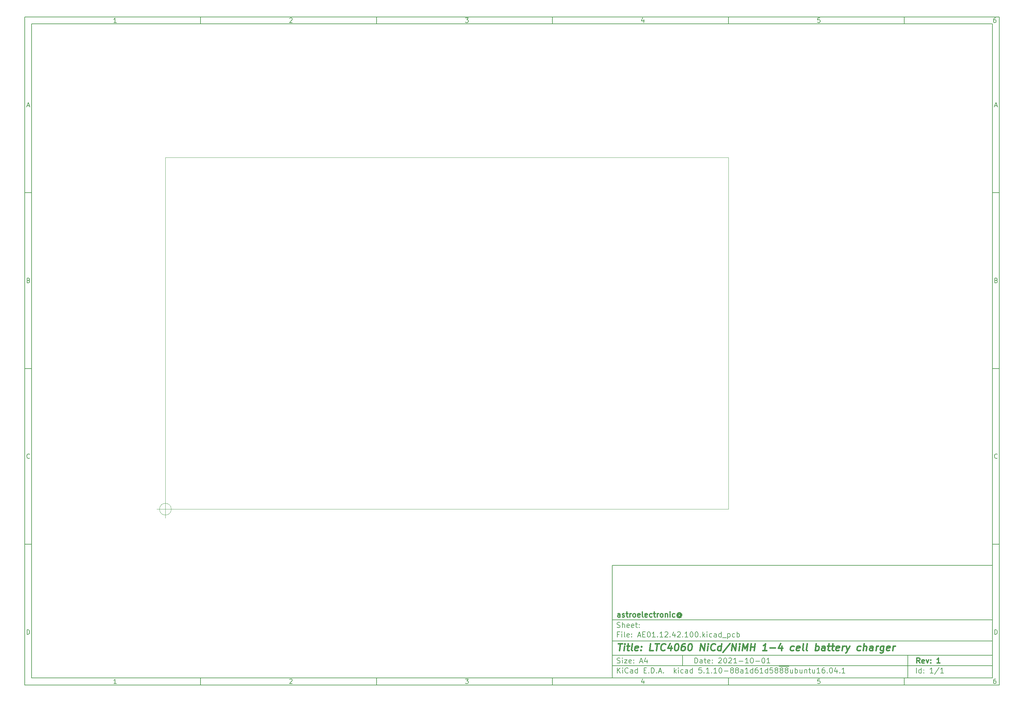
<source format=gbr>
%TF.GenerationSoftware,KiCad,Pcbnew,5.1.10-88a1d61d58~88~ubuntu16.04.1*%
%TF.CreationDate,2021-10-02T00:42:02+02:00*%
%TF.ProjectId,AE01.12.42.100,41453031-2e31-4322-9e34-322e3130302e,1*%
%TF.SameCoordinates,Original*%
%TF.FileFunction,OtherDrawing,Comment*%
%FSLAX46Y46*%
G04 Gerber Fmt 4.6, Leading zero omitted, Abs format (unit mm)*
G04 Created by KiCad (PCBNEW 5.1.10-88a1d61d58~88~ubuntu16.04.1) date 2021-10-02 00:42:02*
%MOMM*%
%LPD*%
G01*
G04 APERTURE LIST*
%ADD10C,0.100000*%
%ADD11C,0.150000*%
%ADD12C,0.300000*%
%ADD13C,0.400000*%
%TA.AperFunction,Profile*%
%ADD14C,0.050000*%
%TD*%
G04 APERTURE END LIST*
D10*
D11*
X177002200Y-166007200D02*
X177002200Y-198007200D01*
X285002200Y-198007200D01*
X285002200Y-166007200D01*
X177002200Y-166007200D01*
D10*
D11*
X10000000Y-10000000D02*
X10000000Y-200007200D01*
X287002200Y-200007200D01*
X287002200Y-10000000D01*
X10000000Y-10000000D01*
D10*
D11*
X12000000Y-12000000D02*
X12000000Y-198007200D01*
X285002200Y-198007200D01*
X285002200Y-12000000D01*
X12000000Y-12000000D01*
D10*
D11*
X60000000Y-12000000D02*
X60000000Y-10000000D01*
D10*
D11*
X110000000Y-12000000D02*
X110000000Y-10000000D01*
D10*
D11*
X160000000Y-12000000D02*
X160000000Y-10000000D01*
D10*
D11*
X210000000Y-12000000D02*
X210000000Y-10000000D01*
D10*
D11*
X260000000Y-12000000D02*
X260000000Y-10000000D01*
D10*
D11*
X36065476Y-11588095D02*
X35322619Y-11588095D01*
X35694047Y-11588095D02*
X35694047Y-10288095D01*
X35570238Y-10473809D01*
X35446428Y-10597619D01*
X35322619Y-10659523D01*
D10*
D11*
X85322619Y-10411904D02*
X85384523Y-10350000D01*
X85508333Y-10288095D01*
X85817857Y-10288095D01*
X85941666Y-10350000D01*
X86003571Y-10411904D01*
X86065476Y-10535714D01*
X86065476Y-10659523D01*
X86003571Y-10845238D01*
X85260714Y-11588095D01*
X86065476Y-11588095D01*
D10*
D11*
X135260714Y-10288095D02*
X136065476Y-10288095D01*
X135632142Y-10783333D01*
X135817857Y-10783333D01*
X135941666Y-10845238D01*
X136003571Y-10907142D01*
X136065476Y-11030952D01*
X136065476Y-11340476D01*
X136003571Y-11464285D01*
X135941666Y-11526190D01*
X135817857Y-11588095D01*
X135446428Y-11588095D01*
X135322619Y-11526190D01*
X135260714Y-11464285D01*
D10*
D11*
X185941666Y-10721428D02*
X185941666Y-11588095D01*
X185632142Y-10226190D02*
X185322619Y-11154761D01*
X186127380Y-11154761D01*
D10*
D11*
X236003571Y-10288095D02*
X235384523Y-10288095D01*
X235322619Y-10907142D01*
X235384523Y-10845238D01*
X235508333Y-10783333D01*
X235817857Y-10783333D01*
X235941666Y-10845238D01*
X236003571Y-10907142D01*
X236065476Y-11030952D01*
X236065476Y-11340476D01*
X236003571Y-11464285D01*
X235941666Y-11526190D01*
X235817857Y-11588095D01*
X235508333Y-11588095D01*
X235384523Y-11526190D01*
X235322619Y-11464285D01*
D10*
D11*
X285941666Y-10288095D02*
X285694047Y-10288095D01*
X285570238Y-10350000D01*
X285508333Y-10411904D01*
X285384523Y-10597619D01*
X285322619Y-10845238D01*
X285322619Y-11340476D01*
X285384523Y-11464285D01*
X285446428Y-11526190D01*
X285570238Y-11588095D01*
X285817857Y-11588095D01*
X285941666Y-11526190D01*
X286003571Y-11464285D01*
X286065476Y-11340476D01*
X286065476Y-11030952D01*
X286003571Y-10907142D01*
X285941666Y-10845238D01*
X285817857Y-10783333D01*
X285570238Y-10783333D01*
X285446428Y-10845238D01*
X285384523Y-10907142D01*
X285322619Y-11030952D01*
D10*
D11*
X60000000Y-198007200D02*
X60000000Y-200007200D01*
D10*
D11*
X110000000Y-198007200D02*
X110000000Y-200007200D01*
D10*
D11*
X160000000Y-198007200D02*
X160000000Y-200007200D01*
D10*
D11*
X210000000Y-198007200D02*
X210000000Y-200007200D01*
D10*
D11*
X260000000Y-198007200D02*
X260000000Y-200007200D01*
D10*
D11*
X36065476Y-199595295D02*
X35322619Y-199595295D01*
X35694047Y-199595295D02*
X35694047Y-198295295D01*
X35570238Y-198481009D01*
X35446428Y-198604819D01*
X35322619Y-198666723D01*
D10*
D11*
X85322619Y-198419104D02*
X85384523Y-198357200D01*
X85508333Y-198295295D01*
X85817857Y-198295295D01*
X85941666Y-198357200D01*
X86003571Y-198419104D01*
X86065476Y-198542914D01*
X86065476Y-198666723D01*
X86003571Y-198852438D01*
X85260714Y-199595295D01*
X86065476Y-199595295D01*
D10*
D11*
X135260714Y-198295295D02*
X136065476Y-198295295D01*
X135632142Y-198790533D01*
X135817857Y-198790533D01*
X135941666Y-198852438D01*
X136003571Y-198914342D01*
X136065476Y-199038152D01*
X136065476Y-199347676D01*
X136003571Y-199471485D01*
X135941666Y-199533390D01*
X135817857Y-199595295D01*
X135446428Y-199595295D01*
X135322619Y-199533390D01*
X135260714Y-199471485D01*
D10*
D11*
X185941666Y-198728628D02*
X185941666Y-199595295D01*
X185632142Y-198233390D02*
X185322619Y-199161961D01*
X186127380Y-199161961D01*
D10*
D11*
X236003571Y-198295295D02*
X235384523Y-198295295D01*
X235322619Y-198914342D01*
X235384523Y-198852438D01*
X235508333Y-198790533D01*
X235817857Y-198790533D01*
X235941666Y-198852438D01*
X236003571Y-198914342D01*
X236065476Y-199038152D01*
X236065476Y-199347676D01*
X236003571Y-199471485D01*
X235941666Y-199533390D01*
X235817857Y-199595295D01*
X235508333Y-199595295D01*
X235384523Y-199533390D01*
X235322619Y-199471485D01*
D10*
D11*
X285941666Y-198295295D02*
X285694047Y-198295295D01*
X285570238Y-198357200D01*
X285508333Y-198419104D01*
X285384523Y-198604819D01*
X285322619Y-198852438D01*
X285322619Y-199347676D01*
X285384523Y-199471485D01*
X285446428Y-199533390D01*
X285570238Y-199595295D01*
X285817857Y-199595295D01*
X285941666Y-199533390D01*
X286003571Y-199471485D01*
X286065476Y-199347676D01*
X286065476Y-199038152D01*
X286003571Y-198914342D01*
X285941666Y-198852438D01*
X285817857Y-198790533D01*
X285570238Y-198790533D01*
X285446428Y-198852438D01*
X285384523Y-198914342D01*
X285322619Y-199038152D01*
D10*
D11*
X10000000Y-60000000D02*
X12000000Y-60000000D01*
D10*
D11*
X10000000Y-110000000D02*
X12000000Y-110000000D01*
D10*
D11*
X10000000Y-160000000D02*
X12000000Y-160000000D01*
D10*
D11*
X10690476Y-35216666D02*
X11309523Y-35216666D01*
X10566666Y-35588095D02*
X11000000Y-34288095D01*
X11433333Y-35588095D01*
D10*
D11*
X11092857Y-84907142D02*
X11278571Y-84969047D01*
X11340476Y-85030952D01*
X11402380Y-85154761D01*
X11402380Y-85340476D01*
X11340476Y-85464285D01*
X11278571Y-85526190D01*
X11154761Y-85588095D01*
X10659523Y-85588095D01*
X10659523Y-84288095D01*
X11092857Y-84288095D01*
X11216666Y-84350000D01*
X11278571Y-84411904D01*
X11340476Y-84535714D01*
X11340476Y-84659523D01*
X11278571Y-84783333D01*
X11216666Y-84845238D01*
X11092857Y-84907142D01*
X10659523Y-84907142D01*
D10*
D11*
X11402380Y-135464285D02*
X11340476Y-135526190D01*
X11154761Y-135588095D01*
X11030952Y-135588095D01*
X10845238Y-135526190D01*
X10721428Y-135402380D01*
X10659523Y-135278571D01*
X10597619Y-135030952D01*
X10597619Y-134845238D01*
X10659523Y-134597619D01*
X10721428Y-134473809D01*
X10845238Y-134350000D01*
X11030952Y-134288095D01*
X11154761Y-134288095D01*
X11340476Y-134350000D01*
X11402380Y-134411904D01*
D10*
D11*
X10659523Y-185588095D02*
X10659523Y-184288095D01*
X10969047Y-184288095D01*
X11154761Y-184350000D01*
X11278571Y-184473809D01*
X11340476Y-184597619D01*
X11402380Y-184845238D01*
X11402380Y-185030952D01*
X11340476Y-185278571D01*
X11278571Y-185402380D01*
X11154761Y-185526190D01*
X10969047Y-185588095D01*
X10659523Y-185588095D01*
D10*
D11*
X287002200Y-60000000D02*
X285002200Y-60000000D01*
D10*
D11*
X287002200Y-110000000D02*
X285002200Y-110000000D01*
D10*
D11*
X287002200Y-160000000D02*
X285002200Y-160000000D01*
D10*
D11*
X285692676Y-35216666D02*
X286311723Y-35216666D01*
X285568866Y-35588095D02*
X286002200Y-34288095D01*
X286435533Y-35588095D01*
D10*
D11*
X286095057Y-84907142D02*
X286280771Y-84969047D01*
X286342676Y-85030952D01*
X286404580Y-85154761D01*
X286404580Y-85340476D01*
X286342676Y-85464285D01*
X286280771Y-85526190D01*
X286156961Y-85588095D01*
X285661723Y-85588095D01*
X285661723Y-84288095D01*
X286095057Y-84288095D01*
X286218866Y-84350000D01*
X286280771Y-84411904D01*
X286342676Y-84535714D01*
X286342676Y-84659523D01*
X286280771Y-84783333D01*
X286218866Y-84845238D01*
X286095057Y-84907142D01*
X285661723Y-84907142D01*
D10*
D11*
X286404580Y-135464285D02*
X286342676Y-135526190D01*
X286156961Y-135588095D01*
X286033152Y-135588095D01*
X285847438Y-135526190D01*
X285723628Y-135402380D01*
X285661723Y-135278571D01*
X285599819Y-135030952D01*
X285599819Y-134845238D01*
X285661723Y-134597619D01*
X285723628Y-134473809D01*
X285847438Y-134350000D01*
X286033152Y-134288095D01*
X286156961Y-134288095D01*
X286342676Y-134350000D01*
X286404580Y-134411904D01*
D10*
D11*
X285661723Y-185588095D02*
X285661723Y-184288095D01*
X285971247Y-184288095D01*
X286156961Y-184350000D01*
X286280771Y-184473809D01*
X286342676Y-184597619D01*
X286404580Y-184845238D01*
X286404580Y-185030952D01*
X286342676Y-185278571D01*
X286280771Y-185402380D01*
X286156961Y-185526190D01*
X285971247Y-185588095D01*
X285661723Y-185588095D01*
D10*
D11*
X200434342Y-193785771D02*
X200434342Y-192285771D01*
X200791485Y-192285771D01*
X201005771Y-192357200D01*
X201148628Y-192500057D01*
X201220057Y-192642914D01*
X201291485Y-192928628D01*
X201291485Y-193142914D01*
X201220057Y-193428628D01*
X201148628Y-193571485D01*
X201005771Y-193714342D01*
X200791485Y-193785771D01*
X200434342Y-193785771D01*
X202577200Y-193785771D02*
X202577200Y-193000057D01*
X202505771Y-192857200D01*
X202362914Y-192785771D01*
X202077200Y-192785771D01*
X201934342Y-192857200D01*
X202577200Y-193714342D02*
X202434342Y-193785771D01*
X202077200Y-193785771D01*
X201934342Y-193714342D01*
X201862914Y-193571485D01*
X201862914Y-193428628D01*
X201934342Y-193285771D01*
X202077200Y-193214342D01*
X202434342Y-193214342D01*
X202577200Y-193142914D01*
X203077200Y-192785771D02*
X203648628Y-192785771D01*
X203291485Y-192285771D02*
X203291485Y-193571485D01*
X203362914Y-193714342D01*
X203505771Y-193785771D01*
X203648628Y-193785771D01*
X204720057Y-193714342D02*
X204577200Y-193785771D01*
X204291485Y-193785771D01*
X204148628Y-193714342D01*
X204077200Y-193571485D01*
X204077200Y-193000057D01*
X204148628Y-192857200D01*
X204291485Y-192785771D01*
X204577200Y-192785771D01*
X204720057Y-192857200D01*
X204791485Y-193000057D01*
X204791485Y-193142914D01*
X204077200Y-193285771D01*
X205434342Y-193642914D02*
X205505771Y-193714342D01*
X205434342Y-193785771D01*
X205362914Y-193714342D01*
X205434342Y-193642914D01*
X205434342Y-193785771D01*
X205434342Y-192857200D02*
X205505771Y-192928628D01*
X205434342Y-193000057D01*
X205362914Y-192928628D01*
X205434342Y-192857200D01*
X205434342Y-193000057D01*
X207220057Y-192428628D02*
X207291485Y-192357200D01*
X207434342Y-192285771D01*
X207791485Y-192285771D01*
X207934342Y-192357200D01*
X208005771Y-192428628D01*
X208077200Y-192571485D01*
X208077200Y-192714342D01*
X208005771Y-192928628D01*
X207148628Y-193785771D01*
X208077200Y-193785771D01*
X209005771Y-192285771D02*
X209148628Y-192285771D01*
X209291485Y-192357200D01*
X209362914Y-192428628D01*
X209434342Y-192571485D01*
X209505771Y-192857200D01*
X209505771Y-193214342D01*
X209434342Y-193500057D01*
X209362914Y-193642914D01*
X209291485Y-193714342D01*
X209148628Y-193785771D01*
X209005771Y-193785771D01*
X208862914Y-193714342D01*
X208791485Y-193642914D01*
X208720057Y-193500057D01*
X208648628Y-193214342D01*
X208648628Y-192857200D01*
X208720057Y-192571485D01*
X208791485Y-192428628D01*
X208862914Y-192357200D01*
X209005771Y-192285771D01*
X210077200Y-192428628D02*
X210148628Y-192357200D01*
X210291485Y-192285771D01*
X210648628Y-192285771D01*
X210791485Y-192357200D01*
X210862914Y-192428628D01*
X210934342Y-192571485D01*
X210934342Y-192714342D01*
X210862914Y-192928628D01*
X210005771Y-193785771D01*
X210934342Y-193785771D01*
X212362914Y-193785771D02*
X211505771Y-193785771D01*
X211934342Y-193785771D02*
X211934342Y-192285771D01*
X211791485Y-192500057D01*
X211648628Y-192642914D01*
X211505771Y-192714342D01*
X213005771Y-193214342D02*
X214148628Y-193214342D01*
X215648628Y-193785771D02*
X214791485Y-193785771D01*
X215220057Y-193785771D02*
X215220057Y-192285771D01*
X215077200Y-192500057D01*
X214934342Y-192642914D01*
X214791485Y-192714342D01*
X216577200Y-192285771D02*
X216720057Y-192285771D01*
X216862914Y-192357200D01*
X216934342Y-192428628D01*
X217005771Y-192571485D01*
X217077200Y-192857200D01*
X217077200Y-193214342D01*
X217005771Y-193500057D01*
X216934342Y-193642914D01*
X216862914Y-193714342D01*
X216720057Y-193785771D01*
X216577200Y-193785771D01*
X216434342Y-193714342D01*
X216362914Y-193642914D01*
X216291485Y-193500057D01*
X216220057Y-193214342D01*
X216220057Y-192857200D01*
X216291485Y-192571485D01*
X216362914Y-192428628D01*
X216434342Y-192357200D01*
X216577200Y-192285771D01*
X217720057Y-193214342D02*
X218862914Y-193214342D01*
X219862914Y-192285771D02*
X220005771Y-192285771D01*
X220148628Y-192357200D01*
X220220057Y-192428628D01*
X220291485Y-192571485D01*
X220362914Y-192857200D01*
X220362914Y-193214342D01*
X220291485Y-193500057D01*
X220220057Y-193642914D01*
X220148628Y-193714342D01*
X220005771Y-193785771D01*
X219862914Y-193785771D01*
X219720057Y-193714342D01*
X219648628Y-193642914D01*
X219577200Y-193500057D01*
X219505771Y-193214342D01*
X219505771Y-192857200D01*
X219577200Y-192571485D01*
X219648628Y-192428628D01*
X219720057Y-192357200D01*
X219862914Y-192285771D01*
X221791485Y-193785771D02*
X220934342Y-193785771D01*
X221362914Y-193785771D02*
X221362914Y-192285771D01*
X221220057Y-192500057D01*
X221077200Y-192642914D01*
X220934342Y-192714342D01*
D10*
D11*
X177002200Y-194507200D02*
X285002200Y-194507200D01*
D10*
D11*
X178434342Y-196585771D02*
X178434342Y-195085771D01*
X179291485Y-196585771D02*
X178648628Y-195728628D01*
X179291485Y-195085771D02*
X178434342Y-195942914D01*
X179934342Y-196585771D02*
X179934342Y-195585771D01*
X179934342Y-195085771D02*
X179862914Y-195157200D01*
X179934342Y-195228628D01*
X180005771Y-195157200D01*
X179934342Y-195085771D01*
X179934342Y-195228628D01*
X181505771Y-196442914D02*
X181434342Y-196514342D01*
X181220057Y-196585771D01*
X181077200Y-196585771D01*
X180862914Y-196514342D01*
X180720057Y-196371485D01*
X180648628Y-196228628D01*
X180577200Y-195942914D01*
X180577200Y-195728628D01*
X180648628Y-195442914D01*
X180720057Y-195300057D01*
X180862914Y-195157200D01*
X181077200Y-195085771D01*
X181220057Y-195085771D01*
X181434342Y-195157200D01*
X181505771Y-195228628D01*
X182791485Y-196585771D02*
X182791485Y-195800057D01*
X182720057Y-195657200D01*
X182577200Y-195585771D01*
X182291485Y-195585771D01*
X182148628Y-195657200D01*
X182791485Y-196514342D02*
X182648628Y-196585771D01*
X182291485Y-196585771D01*
X182148628Y-196514342D01*
X182077200Y-196371485D01*
X182077200Y-196228628D01*
X182148628Y-196085771D01*
X182291485Y-196014342D01*
X182648628Y-196014342D01*
X182791485Y-195942914D01*
X184148628Y-196585771D02*
X184148628Y-195085771D01*
X184148628Y-196514342D02*
X184005771Y-196585771D01*
X183720057Y-196585771D01*
X183577200Y-196514342D01*
X183505771Y-196442914D01*
X183434342Y-196300057D01*
X183434342Y-195871485D01*
X183505771Y-195728628D01*
X183577200Y-195657200D01*
X183720057Y-195585771D01*
X184005771Y-195585771D01*
X184148628Y-195657200D01*
X186005771Y-195800057D02*
X186505771Y-195800057D01*
X186720057Y-196585771D02*
X186005771Y-196585771D01*
X186005771Y-195085771D01*
X186720057Y-195085771D01*
X187362914Y-196442914D02*
X187434342Y-196514342D01*
X187362914Y-196585771D01*
X187291485Y-196514342D01*
X187362914Y-196442914D01*
X187362914Y-196585771D01*
X188077200Y-196585771D02*
X188077200Y-195085771D01*
X188434342Y-195085771D01*
X188648628Y-195157200D01*
X188791485Y-195300057D01*
X188862914Y-195442914D01*
X188934342Y-195728628D01*
X188934342Y-195942914D01*
X188862914Y-196228628D01*
X188791485Y-196371485D01*
X188648628Y-196514342D01*
X188434342Y-196585771D01*
X188077200Y-196585771D01*
X189577200Y-196442914D02*
X189648628Y-196514342D01*
X189577200Y-196585771D01*
X189505771Y-196514342D01*
X189577200Y-196442914D01*
X189577200Y-196585771D01*
X190220057Y-196157200D02*
X190934342Y-196157200D01*
X190077200Y-196585771D02*
X190577200Y-195085771D01*
X191077200Y-196585771D01*
X191577200Y-196442914D02*
X191648628Y-196514342D01*
X191577200Y-196585771D01*
X191505771Y-196514342D01*
X191577200Y-196442914D01*
X191577200Y-196585771D01*
X194577200Y-196585771D02*
X194577200Y-195085771D01*
X194720057Y-196014342D02*
X195148628Y-196585771D01*
X195148628Y-195585771D02*
X194577200Y-196157200D01*
X195791485Y-196585771D02*
X195791485Y-195585771D01*
X195791485Y-195085771D02*
X195720057Y-195157200D01*
X195791485Y-195228628D01*
X195862914Y-195157200D01*
X195791485Y-195085771D01*
X195791485Y-195228628D01*
X197148628Y-196514342D02*
X197005771Y-196585771D01*
X196720057Y-196585771D01*
X196577200Y-196514342D01*
X196505771Y-196442914D01*
X196434342Y-196300057D01*
X196434342Y-195871485D01*
X196505771Y-195728628D01*
X196577200Y-195657200D01*
X196720057Y-195585771D01*
X197005771Y-195585771D01*
X197148628Y-195657200D01*
X198434342Y-196585771D02*
X198434342Y-195800057D01*
X198362914Y-195657200D01*
X198220057Y-195585771D01*
X197934342Y-195585771D01*
X197791485Y-195657200D01*
X198434342Y-196514342D02*
X198291485Y-196585771D01*
X197934342Y-196585771D01*
X197791485Y-196514342D01*
X197720057Y-196371485D01*
X197720057Y-196228628D01*
X197791485Y-196085771D01*
X197934342Y-196014342D01*
X198291485Y-196014342D01*
X198434342Y-195942914D01*
X199791485Y-196585771D02*
X199791485Y-195085771D01*
X199791485Y-196514342D02*
X199648628Y-196585771D01*
X199362914Y-196585771D01*
X199220057Y-196514342D01*
X199148628Y-196442914D01*
X199077200Y-196300057D01*
X199077200Y-195871485D01*
X199148628Y-195728628D01*
X199220057Y-195657200D01*
X199362914Y-195585771D01*
X199648628Y-195585771D01*
X199791485Y-195657200D01*
X202362914Y-195085771D02*
X201648628Y-195085771D01*
X201577200Y-195800057D01*
X201648628Y-195728628D01*
X201791485Y-195657200D01*
X202148628Y-195657200D01*
X202291485Y-195728628D01*
X202362914Y-195800057D01*
X202434342Y-195942914D01*
X202434342Y-196300057D01*
X202362914Y-196442914D01*
X202291485Y-196514342D01*
X202148628Y-196585771D01*
X201791485Y-196585771D01*
X201648628Y-196514342D01*
X201577200Y-196442914D01*
X203077200Y-196442914D02*
X203148628Y-196514342D01*
X203077200Y-196585771D01*
X203005771Y-196514342D01*
X203077200Y-196442914D01*
X203077200Y-196585771D01*
X204577200Y-196585771D02*
X203720057Y-196585771D01*
X204148628Y-196585771D02*
X204148628Y-195085771D01*
X204005771Y-195300057D01*
X203862914Y-195442914D01*
X203720057Y-195514342D01*
X205220057Y-196442914D02*
X205291485Y-196514342D01*
X205220057Y-196585771D01*
X205148628Y-196514342D01*
X205220057Y-196442914D01*
X205220057Y-196585771D01*
X206720057Y-196585771D02*
X205862914Y-196585771D01*
X206291485Y-196585771D02*
X206291485Y-195085771D01*
X206148628Y-195300057D01*
X206005771Y-195442914D01*
X205862914Y-195514342D01*
X207648628Y-195085771D02*
X207791485Y-195085771D01*
X207934342Y-195157200D01*
X208005771Y-195228628D01*
X208077200Y-195371485D01*
X208148628Y-195657200D01*
X208148628Y-196014342D01*
X208077200Y-196300057D01*
X208005771Y-196442914D01*
X207934342Y-196514342D01*
X207791485Y-196585771D01*
X207648628Y-196585771D01*
X207505771Y-196514342D01*
X207434342Y-196442914D01*
X207362914Y-196300057D01*
X207291485Y-196014342D01*
X207291485Y-195657200D01*
X207362914Y-195371485D01*
X207434342Y-195228628D01*
X207505771Y-195157200D01*
X207648628Y-195085771D01*
X208791485Y-196014342D02*
X209934342Y-196014342D01*
X210862914Y-195728628D02*
X210720057Y-195657200D01*
X210648628Y-195585771D01*
X210577200Y-195442914D01*
X210577200Y-195371485D01*
X210648628Y-195228628D01*
X210720057Y-195157200D01*
X210862914Y-195085771D01*
X211148628Y-195085771D01*
X211291485Y-195157200D01*
X211362914Y-195228628D01*
X211434342Y-195371485D01*
X211434342Y-195442914D01*
X211362914Y-195585771D01*
X211291485Y-195657200D01*
X211148628Y-195728628D01*
X210862914Y-195728628D01*
X210720057Y-195800057D01*
X210648628Y-195871485D01*
X210577200Y-196014342D01*
X210577200Y-196300057D01*
X210648628Y-196442914D01*
X210720057Y-196514342D01*
X210862914Y-196585771D01*
X211148628Y-196585771D01*
X211291485Y-196514342D01*
X211362914Y-196442914D01*
X211434342Y-196300057D01*
X211434342Y-196014342D01*
X211362914Y-195871485D01*
X211291485Y-195800057D01*
X211148628Y-195728628D01*
X212291485Y-195728628D02*
X212148628Y-195657200D01*
X212077200Y-195585771D01*
X212005771Y-195442914D01*
X212005771Y-195371485D01*
X212077200Y-195228628D01*
X212148628Y-195157200D01*
X212291485Y-195085771D01*
X212577200Y-195085771D01*
X212720057Y-195157200D01*
X212791485Y-195228628D01*
X212862914Y-195371485D01*
X212862914Y-195442914D01*
X212791485Y-195585771D01*
X212720057Y-195657200D01*
X212577200Y-195728628D01*
X212291485Y-195728628D01*
X212148628Y-195800057D01*
X212077200Y-195871485D01*
X212005771Y-196014342D01*
X212005771Y-196300057D01*
X212077200Y-196442914D01*
X212148628Y-196514342D01*
X212291485Y-196585771D01*
X212577200Y-196585771D01*
X212720057Y-196514342D01*
X212791485Y-196442914D01*
X212862914Y-196300057D01*
X212862914Y-196014342D01*
X212791485Y-195871485D01*
X212720057Y-195800057D01*
X212577200Y-195728628D01*
X214148628Y-196585771D02*
X214148628Y-195800057D01*
X214077200Y-195657200D01*
X213934342Y-195585771D01*
X213648628Y-195585771D01*
X213505771Y-195657200D01*
X214148628Y-196514342D02*
X214005771Y-196585771D01*
X213648628Y-196585771D01*
X213505771Y-196514342D01*
X213434342Y-196371485D01*
X213434342Y-196228628D01*
X213505771Y-196085771D01*
X213648628Y-196014342D01*
X214005771Y-196014342D01*
X214148628Y-195942914D01*
X215648628Y-196585771D02*
X214791485Y-196585771D01*
X215220057Y-196585771D02*
X215220057Y-195085771D01*
X215077200Y-195300057D01*
X214934342Y-195442914D01*
X214791485Y-195514342D01*
X216934342Y-196585771D02*
X216934342Y-195085771D01*
X216934342Y-196514342D02*
X216791485Y-196585771D01*
X216505771Y-196585771D01*
X216362914Y-196514342D01*
X216291485Y-196442914D01*
X216220057Y-196300057D01*
X216220057Y-195871485D01*
X216291485Y-195728628D01*
X216362914Y-195657200D01*
X216505771Y-195585771D01*
X216791485Y-195585771D01*
X216934342Y-195657200D01*
X218291485Y-195085771D02*
X218005771Y-195085771D01*
X217862914Y-195157200D01*
X217791485Y-195228628D01*
X217648628Y-195442914D01*
X217577200Y-195728628D01*
X217577200Y-196300057D01*
X217648628Y-196442914D01*
X217720057Y-196514342D01*
X217862914Y-196585771D01*
X218148628Y-196585771D01*
X218291485Y-196514342D01*
X218362914Y-196442914D01*
X218434342Y-196300057D01*
X218434342Y-195942914D01*
X218362914Y-195800057D01*
X218291485Y-195728628D01*
X218148628Y-195657200D01*
X217862914Y-195657200D01*
X217720057Y-195728628D01*
X217648628Y-195800057D01*
X217577200Y-195942914D01*
X219862914Y-196585771D02*
X219005771Y-196585771D01*
X219434342Y-196585771D02*
X219434342Y-195085771D01*
X219291485Y-195300057D01*
X219148628Y-195442914D01*
X219005771Y-195514342D01*
X221148628Y-196585771D02*
X221148628Y-195085771D01*
X221148628Y-196514342D02*
X221005771Y-196585771D01*
X220720057Y-196585771D01*
X220577200Y-196514342D01*
X220505771Y-196442914D01*
X220434342Y-196300057D01*
X220434342Y-195871485D01*
X220505771Y-195728628D01*
X220577200Y-195657200D01*
X220720057Y-195585771D01*
X221005771Y-195585771D01*
X221148628Y-195657200D01*
X222577200Y-195085771D02*
X221862914Y-195085771D01*
X221791485Y-195800057D01*
X221862914Y-195728628D01*
X222005771Y-195657200D01*
X222362914Y-195657200D01*
X222505771Y-195728628D01*
X222577200Y-195800057D01*
X222648628Y-195942914D01*
X222648628Y-196300057D01*
X222577200Y-196442914D01*
X222505771Y-196514342D01*
X222362914Y-196585771D01*
X222005771Y-196585771D01*
X221862914Y-196514342D01*
X221791485Y-196442914D01*
X223505771Y-195728628D02*
X223362914Y-195657200D01*
X223291485Y-195585771D01*
X223220057Y-195442914D01*
X223220057Y-195371485D01*
X223291485Y-195228628D01*
X223362914Y-195157200D01*
X223505771Y-195085771D01*
X223791485Y-195085771D01*
X223934342Y-195157200D01*
X224005771Y-195228628D01*
X224077200Y-195371485D01*
X224077200Y-195442914D01*
X224005771Y-195585771D01*
X223934342Y-195657200D01*
X223791485Y-195728628D01*
X223505771Y-195728628D01*
X223362914Y-195800057D01*
X223291485Y-195871485D01*
X223220057Y-196014342D01*
X223220057Y-196300057D01*
X223291485Y-196442914D01*
X223362914Y-196514342D01*
X223505771Y-196585771D01*
X223791485Y-196585771D01*
X223934342Y-196514342D01*
X224005771Y-196442914D01*
X224077200Y-196300057D01*
X224077200Y-196014342D01*
X224005771Y-195871485D01*
X223934342Y-195800057D01*
X223791485Y-195728628D01*
X224362914Y-194677200D02*
X225791485Y-194677200D01*
X224934342Y-195728628D02*
X224791485Y-195657200D01*
X224720057Y-195585771D01*
X224648628Y-195442914D01*
X224648628Y-195371485D01*
X224720057Y-195228628D01*
X224791485Y-195157200D01*
X224934342Y-195085771D01*
X225220057Y-195085771D01*
X225362914Y-195157200D01*
X225434342Y-195228628D01*
X225505771Y-195371485D01*
X225505771Y-195442914D01*
X225434342Y-195585771D01*
X225362914Y-195657200D01*
X225220057Y-195728628D01*
X224934342Y-195728628D01*
X224791485Y-195800057D01*
X224720057Y-195871485D01*
X224648628Y-196014342D01*
X224648628Y-196300057D01*
X224720057Y-196442914D01*
X224791485Y-196514342D01*
X224934342Y-196585771D01*
X225220057Y-196585771D01*
X225362914Y-196514342D01*
X225434342Y-196442914D01*
X225505771Y-196300057D01*
X225505771Y-196014342D01*
X225434342Y-195871485D01*
X225362914Y-195800057D01*
X225220057Y-195728628D01*
X225791485Y-194677200D02*
X227220057Y-194677200D01*
X226362914Y-195728628D02*
X226220057Y-195657200D01*
X226148628Y-195585771D01*
X226077199Y-195442914D01*
X226077199Y-195371485D01*
X226148628Y-195228628D01*
X226220057Y-195157200D01*
X226362914Y-195085771D01*
X226648628Y-195085771D01*
X226791485Y-195157200D01*
X226862914Y-195228628D01*
X226934342Y-195371485D01*
X226934342Y-195442914D01*
X226862914Y-195585771D01*
X226791485Y-195657200D01*
X226648628Y-195728628D01*
X226362914Y-195728628D01*
X226220057Y-195800057D01*
X226148628Y-195871485D01*
X226077199Y-196014342D01*
X226077199Y-196300057D01*
X226148628Y-196442914D01*
X226220057Y-196514342D01*
X226362914Y-196585771D01*
X226648628Y-196585771D01*
X226791485Y-196514342D01*
X226862914Y-196442914D01*
X226934342Y-196300057D01*
X226934342Y-196014342D01*
X226862914Y-195871485D01*
X226791485Y-195800057D01*
X226648628Y-195728628D01*
X228220057Y-195585771D02*
X228220057Y-196585771D01*
X227577199Y-195585771D02*
X227577199Y-196371485D01*
X227648628Y-196514342D01*
X227791485Y-196585771D01*
X228005771Y-196585771D01*
X228148628Y-196514342D01*
X228220057Y-196442914D01*
X228934342Y-196585771D02*
X228934342Y-195085771D01*
X228934342Y-195657200D02*
X229077199Y-195585771D01*
X229362914Y-195585771D01*
X229505771Y-195657200D01*
X229577199Y-195728628D01*
X229648628Y-195871485D01*
X229648628Y-196300057D01*
X229577199Y-196442914D01*
X229505771Y-196514342D01*
X229362914Y-196585771D01*
X229077199Y-196585771D01*
X228934342Y-196514342D01*
X230934342Y-195585771D02*
X230934342Y-196585771D01*
X230291485Y-195585771D02*
X230291485Y-196371485D01*
X230362914Y-196514342D01*
X230505771Y-196585771D01*
X230720057Y-196585771D01*
X230862914Y-196514342D01*
X230934342Y-196442914D01*
X231648628Y-195585771D02*
X231648628Y-196585771D01*
X231648628Y-195728628D02*
X231720057Y-195657200D01*
X231862914Y-195585771D01*
X232077199Y-195585771D01*
X232220057Y-195657200D01*
X232291485Y-195800057D01*
X232291485Y-196585771D01*
X232791485Y-195585771D02*
X233362914Y-195585771D01*
X233005771Y-195085771D02*
X233005771Y-196371485D01*
X233077199Y-196514342D01*
X233220057Y-196585771D01*
X233362914Y-196585771D01*
X234505771Y-195585771D02*
X234505771Y-196585771D01*
X233862914Y-195585771D02*
X233862914Y-196371485D01*
X233934342Y-196514342D01*
X234077200Y-196585771D01*
X234291485Y-196585771D01*
X234434342Y-196514342D01*
X234505771Y-196442914D01*
X236005771Y-196585771D02*
X235148628Y-196585771D01*
X235577200Y-196585771D02*
X235577200Y-195085771D01*
X235434342Y-195300057D01*
X235291485Y-195442914D01*
X235148628Y-195514342D01*
X237291485Y-195085771D02*
X237005771Y-195085771D01*
X236862914Y-195157200D01*
X236791485Y-195228628D01*
X236648628Y-195442914D01*
X236577199Y-195728628D01*
X236577199Y-196300057D01*
X236648628Y-196442914D01*
X236720057Y-196514342D01*
X236862914Y-196585771D01*
X237148628Y-196585771D01*
X237291485Y-196514342D01*
X237362914Y-196442914D01*
X237434342Y-196300057D01*
X237434342Y-195942914D01*
X237362914Y-195800057D01*
X237291485Y-195728628D01*
X237148628Y-195657200D01*
X236862914Y-195657200D01*
X236720057Y-195728628D01*
X236648628Y-195800057D01*
X236577199Y-195942914D01*
X238077199Y-196442914D02*
X238148628Y-196514342D01*
X238077199Y-196585771D01*
X238005771Y-196514342D01*
X238077199Y-196442914D01*
X238077199Y-196585771D01*
X239077199Y-195085771D02*
X239220057Y-195085771D01*
X239362914Y-195157200D01*
X239434342Y-195228628D01*
X239505771Y-195371485D01*
X239577199Y-195657200D01*
X239577199Y-196014342D01*
X239505771Y-196300057D01*
X239434342Y-196442914D01*
X239362914Y-196514342D01*
X239220057Y-196585771D01*
X239077199Y-196585771D01*
X238934342Y-196514342D01*
X238862914Y-196442914D01*
X238791485Y-196300057D01*
X238720057Y-196014342D01*
X238720057Y-195657200D01*
X238791485Y-195371485D01*
X238862914Y-195228628D01*
X238934342Y-195157200D01*
X239077199Y-195085771D01*
X240862914Y-195585771D02*
X240862914Y-196585771D01*
X240505771Y-195014342D02*
X240148628Y-196085771D01*
X241077199Y-196085771D01*
X241648628Y-196442914D02*
X241720057Y-196514342D01*
X241648628Y-196585771D01*
X241577199Y-196514342D01*
X241648628Y-196442914D01*
X241648628Y-196585771D01*
X243148628Y-196585771D02*
X242291485Y-196585771D01*
X242720057Y-196585771D02*
X242720057Y-195085771D01*
X242577199Y-195300057D01*
X242434342Y-195442914D01*
X242291485Y-195514342D01*
D10*
D11*
X177002200Y-191507200D02*
X285002200Y-191507200D01*
D10*
D12*
X264411485Y-193785771D02*
X263911485Y-193071485D01*
X263554342Y-193785771D02*
X263554342Y-192285771D01*
X264125771Y-192285771D01*
X264268628Y-192357200D01*
X264340057Y-192428628D01*
X264411485Y-192571485D01*
X264411485Y-192785771D01*
X264340057Y-192928628D01*
X264268628Y-193000057D01*
X264125771Y-193071485D01*
X263554342Y-193071485D01*
X265625771Y-193714342D02*
X265482914Y-193785771D01*
X265197200Y-193785771D01*
X265054342Y-193714342D01*
X264982914Y-193571485D01*
X264982914Y-193000057D01*
X265054342Y-192857200D01*
X265197200Y-192785771D01*
X265482914Y-192785771D01*
X265625771Y-192857200D01*
X265697200Y-193000057D01*
X265697200Y-193142914D01*
X264982914Y-193285771D01*
X266197200Y-192785771D02*
X266554342Y-193785771D01*
X266911485Y-192785771D01*
X267482914Y-193642914D02*
X267554342Y-193714342D01*
X267482914Y-193785771D01*
X267411485Y-193714342D01*
X267482914Y-193642914D01*
X267482914Y-193785771D01*
X267482914Y-192857200D02*
X267554342Y-192928628D01*
X267482914Y-193000057D01*
X267411485Y-192928628D01*
X267482914Y-192857200D01*
X267482914Y-193000057D01*
X270125771Y-193785771D02*
X269268628Y-193785771D01*
X269697200Y-193785771D02*
X269697200Y-192285771D01*
X269554342Y-192500057D01*
X269411485Y-192642914D01*
X269268628Y-192714342D01*
D10*
D11*
X178362914Y-193714342D02*
X178577200Y-193785771D01*
X178934342Y-193785771D01*
X179077200Y-193714342D01*
X179148628Y-193642914D01*
X179220057Y-193500057D01*
X179220057Y-193357200D01*
X179148628Y-193214342D01*
X179077200Y-193142914D01*
X178934342Y-193071485D01*
X178648628Y-193000057D01*
X178505771Y-192928628D01*
X178434342Y-192857200D01*
X178362914Y-192714342D01*
X178362914Y-192571485D01*
X178434342Y-192428628D01*
X178505771Y-192357200D01*
X178648628Y-192285771D01*
X179005771Y-192285771D01*
X179220057Y-192357200D01*
X179862914Y-193785771D02*
X179862914Y-192785771D01*
X179862914Y-192285771D02*
X179791485Y-192357200D01*
X179862914Y-192428628D01*
X179934342Y-192357200D01*
X179862914Y-192285771D01*
X179862914Y-192428628D01*
X180434342Y-192785771D02*
X181220057Y-192785771D01*
X180434342Y-193785771D01*
X181220057Y-193785771D01*
X182362914Y-193714342D02*
X182220057Y-193785771D01*
X181934342Y-193785771D01*
X181791485Y-193714342D01*
X181720057Y-193571485D01*
X181720057Y-193000057D01*
X181791485Y-192857200D01*
X181934342Y-192785771D01*
X182220057Y-192785771D01*
X182362914Y-192857200D01*
X182434342Y-193000057D01*
X182434342Y-193142914D01*
X181720057Y-193285771D01*
X183077200Y-193642914D02*
X183148628Y-193714342D01*
X183077200Y-193785771D01*
X183005771Y-193714342D01*
X183077200Y-193642914D01*
X183077200Y-193785771D01*
X183077200Y-192857200D02*
X183148628Y-192928628D01*
X183077200Y-193000057D01*
X183005771Y-192928628D01*
X183077200Y-192857200D01*
X183077200Y-193000057D01*
X184862914Y-193357200D02*
X185577200Y-193357200D01*
X184720057Y-193785771D02*
X185220057Y-192285771D01*
X185720057Y-193785771D01*
X186862914Y-192785771D02*
X186862914Y-193785771D01*
X186505771Y-192214342D02*
X186148628Y-193285771D01*
X187077200Y-193285771D01*
D10*
D11*
X263434342Y-196585771D02*
X263434342Y-195085771D01*
X264791485Y-196585771D02*
X264791485Y-195085771D01*
X264791485Y-196514342D02*
X264648628Y-196585771D01*
X264362914Y-196585771D01*
X264220057Y-196514342D01*
X264148628Y-196442914D01*
X264077200Y-196300057D01*
X264077200Y-195871485D01*
X264148628Y-195728628D01*
X264220057Y-195657200D01*
X264362914Y-195585771D01*
X264648628Y-195585771D01*
X264791485Y-195657200D01*
X265505771Y-196442914D02*
X265577200Y-196514342D01*
X265505771Y-196585771D01*
X265434342Y-196514342D01*
X265505771Y-196442914D01*
X265505771Y-196585771D01*
X265505771Y-195657200D02*
X265577200Y-195728628D01*
X265505771Y-195800057D01*
X265434342Y-195728628D01*
X265505771Y-195657200D01*
X265505771Y-195800057D01*
X268148628Y-196585771D02*
X267291485Y-196585771D01*
X267720057Y-196585771D02*
X267720057Y-195085771D01*
X267577200Y-195300057D01*
X267434342Y-195442914D01*
X267291485Y-195514342D01*
X269862914Y-195014342D02*
X268577200Y-196942914D01*
X271148628Y-196585771D02*
X270291485Y-196585771D01*
X270720057Y-196585771D02*
X270720057Y-195085771D01*
X270577200Y-195300057D01*
X270434342Y-195442914D01*
X270291485Y-195514342D01*
D10*
D11*
X177002200Y-187507200D02*
X285002200Y-187507200D01*
D10*
D13*
X178714580Y-188211961D02*
X179857438Y-188211961D01*
X179036009Y-190211961D02*
X179286009Y-188211961D01*
X180274104Y-190211961D02*
X180440771Y-188878628D01*
X180524104Y-188211961D02*
X180416961Y-188307200D01*
X180500295Y-188402438D01*
X180607438Y-188307200D01*
X180524104Y-188211961D01*
X180500295Y-188402438D01*
X181107438Y-188878628D02*
X181869342Y-188878628D01*
X181476485Y-188211961D02*
X181262200Y-189926247D01*
X181333628Y-190116723D01*
X181512200Y-190211961D01*
X181702676Y-190211961D01*
X182655057Y-190211961D02*
X182476485Y-190116723D01*
X182405057Y-189926247D01*
X182619342Y-188211961D01*
X184190771Y-190116723D02*
X183988390Y-190211961D01*
X183607438Y-190211961D01*
X183428866Y-190116723D01*
X183357438Y-189926247D01*
X183452676Y-189164342D01*
X183571723Y-188973866D01*
X183774104Y-188878628D01*
X184155057Y-188878628D01*
X184333628Y-188973866D01*
X184405057Y-189164342D01*
X184381247Y-189354819D01*
X183405057Y-189545295D01*
X185155057Y-190021485D02*
X185238390Y-190116723D01*
X185131247Y-190211961D01*
X185047914Y-190116723D01*
X185155057Y-190021485D01*
X185131247Y-190211961D01*
X185286009Y-188973866D02*
X185369342Y-189069104D01*
X185262200Y-189164342D01*
X185178866Y-189069104D01*
X185286009Y-188973866D01*
X185262200Y-189164342D01*
X188559819Y-190211961D02*
X187607438Y-190211961D01*
X187857438Y-188211961D01*
X189190771Y-188211961D02*
X190333628Y-188211961D01*
X189512200Y-190211961D02*
X189762200Y-188211961D01*
X191916961Y-190021485D02*
X191809819Y-190116723D01*
X191512200Y-190211961D01*
X191321723Y-190211961D01*
X191047914Y-190116723D01*
X190881247Y-189926247D01*
X190809819Y-189735771D01*
X190762200Y-189354819D01*
X190797914Y-189069104D01*
X190940771Y-188688152D01*
X191059819Y-188497676D01*
X191274104Y-188307200D01*
X191571723Y-188211961D01*
X191762200Y-188211961D01*
X192036009Y-188307200D01*
X192119342Y-188402438D01*
X193774104Y-188878628D02*
X193607438Y-190211961D01*
X193393152Y-188116723D02*
X192738390Y-189545295D01*
X193976485Y-189545295D01*
X195286009Y-188211961D02*
X195476485Y-188211961D01*
X195655057Y-188307200D01*
X195738390Y-188402438D01*
X195809819Y-188592914D01*
X195857438Y-188973866D01*
X195797914Y-189450057D01*
X195655057Y-189831009D01*
X195536009Y-190021485D01*
X195428866Y-190116723D01*
X195226485Y-190211961D01*
X195036009Y-190211961D01*
X194857438Y-190116723D01*
X194774104Y-190021485D01*
X194702676Y-189831009D01*
X194655057Y-189450057D01*
X194714580Y-188973866D01*
X194857438Y-188592914D01*
X194976485Y-188402438D01*
X195083628Y-188307200D01*
X195286009Y-188211961D01*
X197666961Y-188211961D02*
X197286009Y-188211961D01*
X197083628Y-188307200D01*
X196976485Y-188402438D01*
X196750295Y-188688152D01*
X196607438Y-189069104D01*
X196512200Y-189831009D01*
X196583628Y-190021485D01*
X196666961Y-190116723D01*
X196845533Y-190211961D01*
X197226485Y-190211961D01*
X197428866Y-190116723D01*
X197536009Y-190021485D01*
X197655057Y-189831009D01*
X197714580Y-189354819D01*
X197643152Y-189164342D01*
X197559819Y-189069104D01*
X197381247Y-188973866D01*
X197000295Y-188973866D01*
X196797914Y-189069104D01*
X196690771Y-189164342D01*
X196571723Y-189354819D01*
X199095533Y-188211961D02*
X199286009Y-188211961D01*
X199464580Y-188307200D01*
X199547914Y-188402438D01*
X199619342Y-188592914D01*
X199666961Y-188973866D01*
X199607438Y-189450057D01*
X199464580Y-189831009D01*
X199345533Y-190021485D01*
X199238390Y-190116723D01*
X199036009Y-190211961D01*
X198845533Y-190211961D01*
X198666961Y-190116723D01*
X198583628Y-190021485D01*
X198512200Y-189831009D01*
X198464580Y-189450057D01*
X198524104Y-188973866D01*
X198666961Y-188592914D01*
X198786009Y-188402438D01*
X198893152Y-188307200D01*
X199095533Y-188211961D01*
X201893152Y-190211961D02*
X202143152Y-188211961D01*
X203036009Y-190211961D01*
X203286009Y-188211961D01*
X203988390Y-190211961D02*
X204155057Y-188878628D01*
X204238390Y-188211961D02*
X204131247Y-188307200D01*
X204214580Y-188402438D01*
X204321723Y-188307200D01*
X204238390Y-188211961D01*
X204214580Y-188402438D01*
X206107438Y-190021485D02*
X206000295Y-190116723D01*
X205702676Y-190211961D01*
X205512200Y-190211961D01*
X205238390Y-190116723D01*
X205071723Y-189926247D01*
X205000295Y-189735771D01*
X204952676Y-189354819D01*
X204988390Y-189069104D01*
X205131247Y-188688152D01*
X205250295Y-188497676D01*
X205464580Y-188307200D01*
X205762200Y-188211961D01*
X205952676Y-188211961D01*
X206226485Y-188307200D01*
X206309819Y-188402438D01*
X207797914Y-190211961D02*
X208047914Y-188211961D01*
X207809819Y-190116723D02*
X207607438Y-190211961D01*
X207226485Y-190211961D01*
X207047914Y-190116723D01*
X206964580Y-190021485D01*
X206893152Y-189831009D01*
X206964580Y-189259580D01*
X207083628Y-189069104D01*
X207190771Y-188973866D01*
X207393152Y-188878628D01*
X207774104Y-188878628D01*
X207952676Y-188973866D01*
X210440771Y-188116723D02*
X208405057Y-190688152D01*
X210845533Y-190211961D02*
X211095533Y-188211961D01*
X211988390Y-190211961D01*
X212238390Y-188211961D01*
X212940771Y-190211961D02*
X213107438Y-188878628D01*
X213190771Y-188211961D02*
X213083628Y-188307200D01*
X213166961Y-188402438D01*
X213274104Y-188307200D01*
X213190771Y-188211961D01*
X213166961Y-188402438D01*
X213893152Y-190211961D02*
X214143152Y-188211961D01*
X214631247Y-189640533D01*
X215476485Y-188211961D01*
X215226485Y-190211961D01*
X216178866Y-190211961D02*
X216428866Y-188211961D01*
X216309819Y-189164342D02*
X217452676Y-189164342D01*
X217321723Y-190211961D02*
X217571723Y-188211961D01*
X220845533Y-190211961D02*
X219702676Y-190211961D01*
X220274104Y-190211961D02*
X220524104Y-188211961D01*
X220297914Y-188497676D01*
X220083628Y-188688152D01*
X219881247Y-188783390D01*
X221797914Y-189450057D02*
X223321723Y-189450057D01*
X225202676Y-188878628D02*
X225036009Y-190211961D01*
X224821723Y-188116723D02*
X224166961Y-189545295D01*
X225405057Y-189545295D01*
X228476485Y-190116723D02*
X228274104Y-190211961D01*
X227893152Y-190211961D01*
X227714580Y-190116723D01*
X227631247Y-190021485D01*
X227559819Y-189831009D01*
X227631247Y-189259580D01*
X227750295Y-189069104D01*
X227857438Y-188973866D01*
X228059819Y-188878628D01*
X228440771Y-188878628D01*
X228619342Y-188973866D01*
X230095533Y-190116723D02*
X229893152Y-190211961D01*
X229512200Y-190211961D01*
X229333628Y-190116723D01*
X229262200Y-189926247D01*
X229357438Y-189164342D01*
X229476485Y-188973866D01*
X229678866Y-188878628D01*
X230059819Y-188878628D01*
X230238390Y-188973866D01*
X230309819Y-189164342D01*
X230286009Y-189354819D01*
X229309819Y-189545295D01*
X231321723Y-190211961D02*
X231143152Y-190116723D01*
X231071723Y-189926247D01*
X231286009Y-188211961D01*
X232369342Y-190211961D02*
X232190771Y-190116723D01*
X232119342Y-189926247D01*
X232333628Y-188211961D01*
X234655057Y-190211961D02*
X234905057Y-188211961D01*
X234809819Y-188973866D02*
X235012199Y-188878628D01*
X235393152Y-188878628D01*
X235571723Y-188973866D01*
X235655057Y-189069104D01*
X235726485Y-189259580D01*
X235655057Y-189831009D01*
X235536009Y-190021485D01*
X235428866Y-190116723D01*
X235226485Y-190211961D01*
X234845533Y-190211961D01*
X234666961Y-190116723D01*
X237321723Y-190211961D02*
X237452676Y-189164342D01*
X237381247Y-188973866D01*
X237202676Y-188878628D01*
X236821723Y-188878628D01*
X236619342Y-188973866D01*
X237333628Y-190116723D02*
X237131247Y-190211961D01*
X236655057Y-190211961D01*
X236476485Y-190116723D01*
X236405057Y-189926247D01*
X236428866Y-189735771D01*
X236547914Y-189545295D01*
X236750295Y-189450057D01*
X237226485Y-189450057D01*
X237428866Y-189354819D01*
X238155057Y-188878628D02*
X238916961Y-188878628D01*
X238524104Y-188211961D02*
X238309819Y-189926247D01*
X238381247Y-190116723D01*
X238559819Y-190211961D01*
X238750295Y-190211961D01*
X239297914Y-188878628D02*
X240059819Y-188878628D01*
X239666961Y-188211961D02*
X239452676Y-189926247D01*
X239524104Y-190116723D01*
X239702676Y-190211961D01*
X239893152Y-190211961D01*
X241333628Y-190116723D02*
X241131247Y-190211961D01*
X240750295Y-190211961D01*
X240571723Y-190116723D01*
X240500295Y-189926247D01*
X240595533Y-189164342D01*
X240714580Y-188973866D01*
X240916961Y-188878628D01*
X241297914Y-188878628D01*
X241476485Y-188973866D01*
X241547914Y-189164342D01*
X241524104Y-189354819D01*
X240547914Y-189545295D01*
X242274104Y-190211961D02*
X242440771Y-188878628D01*
X242393152Y-189259580D02*
X242512199Y-189069104D01*
X242619342Y-188973866D01*
X242821723Y-188878628D01*
X243012199Y-188878628D01*
X243488390Y-188878628D02*
X243797914Y-190211961D01*
X244440771Y-188878628D02*
X243797914Y-190211961D01*
X243547914Y-190688152D01*
X243440771Y-190783390D01*
X243238390Y-190878628D01*
X247428866Y-190116723D02*
X247226485Y-190211961D01*
X246845533Y-190211961D01*
X246666961Y-190116723D01*
X246583628Y-190021485D01*
X246512200Y-189831009D01*
X246583628Y-189259580D01*
X246702676Y-189069104D01*
X246809819Y-188973866D01*
X247012200Y-188878628D01*
X247393152Y-188878628D01*
X247571723Y-188973866D01*
X248274104Y-190211961D02*
X248524104Y-188211961D01*
X249131247Y-190211961D02*
X249262200Y-189164342D01*
X249190771Y-188973866D01*
X249012200Y-188878628D01*
X248726485Y-188878628D01*
X248524104Y-188973866D01*
X248416961Y-189069104D01*
X250940771Y-190211961D02*
X251071723Y-189164342D01*
X251000295Y-188973866D01*
X250821723Y-188878628D01*
X250440771Y-188878628D01*
X250238390Y-188973866D01*
X250952676Y-190116723D02*
X250750295Y-190211961D01*
X250274104Y-190211961D01*
X250095533Y-190116723D01*
X250024104Y-189926247D01*
X250047914Y-189735771D01*
X250166961Y-189545295D01*
X250369342Y-189450057D01*
X250845533Y-189450057D01*
X251047914Y-189354819D01*
X251893152Y-190211961D02*
X252059819Y-188878628D01*
X252012200Y-189259580D02*
X252131247Y-189069104D01*
X252238390Y-188973866D01*
X252440771Y-188878628D01*
X252631247Y-188878628D01*
X254155057Y-188878628D02*
X253952676Y-190497676D01*
X253833628Y-190688152D01*
X253726485Y-190783390D01*
X253524104Y-190878628D01*
X253238390Y-190878628D01*
X253059819Y-190783390D01*
X254000295Y-190116723D02*
X253797914Y-190211961D01*
X253416961Y-190211961D01*
X253238390Y-190116723D01*
X253155057Y-190021485D01*
X253083628Y-189831009D01*
X253155057Y-189259580D01*
X253274104Y-189069104D01*
X253381247Y-188973866D01*
X253583628Y-188878628D01*
X253964580Y-188878628D01*
X254143152Y-188973866D01*
X255714580Y-190116723D02*
X255512199Y-190211961D01*
X255131247Y-190211961D01*
X254952676Y-190116723D01*
X254881247Y-189926247D01*
X254976485Y-189164342D01*
X255095533Y-188973866D01*
X255297914Y-188878628D01*
X255678866Y-188878628D01*
X255857438Y-188973866D01*
X255928866Y-189164342D01*
X255905057Y-189354819D01*
X254928866Y-189545295D01*
X256655057Y-190211961D02*
X256821723Y-188878628D01*
X256774104Y-189259580D02*
X256893152Y-189069104D01*
X257000295Y-188973866D01*
X257202676Y-188878628D01*
X257393152Y-188878628D01*
D10*
D11*
X178934342Y-185600057D02*
X178434342Y-185600057D01*
X178434342Y-186385771D02*
X178434342Y-184885771D01*
X179148628Y-184885771D01*
X179720057Y-186385771D02*
X179720057Y-185385771D01*
X179720057Y-184885771D02*
X179648628Y-184957200D01*
X179720057Y-185028628D01*
X179791485Y-184957200D01*
X179720057Y-184885771D01*
X179720057Y-185028628D01*
X180648628Y-186385771D02*
X180505771Y-186314342D01*
X180434342Y-186171485D01*
X180434342Y-184885771D01*
X181791485Y-186314342D02*
X181648628Y-186385771D01*
X181362914Y-186385771D01*
X181220057Y-186314342D01*
X181148628Y-186171485D01*
X181148628Y-185600057D01*
X181220057Y-185457200D01*
X181362914Y-185385771D01*
X181648628Y-185385771D01*
X181791485Y-185457200D01*
X181862914Y-185600057D01*
X181862914Y-185742914D01*
X181148628Y-185885771D01*
X182505771Y-186242914D02*
X182577200Y-186314342D01*
X182505771Y-186385771D01*
X182434342Y-186314342D01*
X182505771Y-186242914D01*
X182505771Y-186385771D01*
X182505771Y-185457200D02*
X182577200Y-185528628D01*
X182505771Y-185600057D01*
X182434342Y-185528628D01*
X182505771Y-185457200D01*
X182505771Y-185600057D01*
X184291485Y-185957200D02*
X185005771Y-185957200D01*
X184148628Y-186385771D02*
X184648628Y-184885771D01*
X185148628Y-186385771D01*
X185648628Y-185600057D02*
X186148628Y-185600057D01*
X186362914Y-186385771D02*
X185648628Y-186385771D01*
X185648628Y-184885771D01*
X186362914Y-184885771D01*
X187291485Y-184885771D02*
X187434342Y-184885771D01*
X187577200Y-184957200D01*
X187648628Y-185028628D01*
X187720057Y-185171485D01*
X187791485Y-185457200D01*
X187791485Y-185814342D01*
X187720057Y-186100057D01*
X187648628Y-186242914D01*
X187577200Y-186314342D01*
X187434342Y-186385771D01*
X187291485Y-186385771D01*
X187148628Y-186314342D01*
X187077200Y-186242914D01*
X187005771Y-186100057D01*
X186934342Y-185814342D01*
X186934342Y-185457200D01*
X187005771Y-185171485D01*
X187077200Y-185028628D01*
X187148628Y-184957200D01*
X187291485Y-184885771D01*
X189220057Y-186385771D02*
X188362914Y-186385771D01*
X188791485Y-186385771D02*
X188791485Y-184885771D01*
X188648628Y-185100057D01*
X188505771Y-185242914D01*
X188362914Y-185314342D01*
X189862914Y-186242914D02*
X189934342Y-186314342D01*
X189862914Y-186385771D01*
X189791485Y-186314342D01*
X189862914Y-186242914D01*
X189862914Y-186385771D01*
X191362914Y-186385771D02*
X190505771Y-186385771D01*
X190934342Y-186385771D02*
X190934342Y-184885771D01*
X190791485Y-185100057D01*
X190648628Y-185242914D01*
X190505771Y-185314342D01*
X191934342Y-185028628D02*
X192005771Y-184957200D01*
X192148628Y-184885771D01*
X192505771Y-184885771D01*
X192648628Y-184957200D01*
X192720057Y-185028628D01*
X192791485Y-185171485D01*
X192791485Y-185314342D01*
X192720057Y-185528628D01*
X191862914Y-186385771D01*
X192791485Y-186385771D01*
X193434342Y-186242914D02*
X193505771Y-186314342D01*
X193434342Y-186385771D01*
X193362914Y-186314342D01*
X193434342Y-186242914D01*
X193434342Y-186385771D01*
X194791485Y-185385771D02*
X194791485Y-186385771D01*
X194434342Y-184814342D02*
X194077200Y-185885771D01*
X195005771Y-185885771D01*
X195505771Y-185028628D02*
X195577200Y-184957200D01*
X195720057Y-184885771D01*
X196077200Y-184885771D01*
X196220057Y-184957200D01*
X196291485Y-185028628D01*
X196362914Y-185171485D01*
X196362914Y-185314342D01*
X196291485Y-185528628D01*
X195434342Y-186385771D01*
X196362914Y-186385771D01*
X197005771Y-186242914D02*
X197077200Y-186314342D01*
X197005771Y-186385771D01*
X196934342Y-186314342D01*
X197005771Y-186242914D01*
X197005771Y-186385771D01*
X198505771Y-186385771D02*
X197648628Y-186385771D01*
X198077200Y-186385771D02*
X198077200Y-184885771D01*
X197934342Y-185100057D01*
X197791485Y-185242914D01*
X197648628Y-185314342D01*
X199434342Y-184885771D02*
X199577200Y-184885771D01*
X199720057Y-184957200D01*
X199791485Y-185028628D01*
X199862914Y-185171485D01*
X199934342Y-185457200D01*
X199934342Y-185814342D01*
X199862914Y-186100057D01*
X199791485Y-186242914D01*
X199720057Y-186314342D01*
X199577200Y-186385771D01*
X199434342Y-186385771D01*
X199291485Y-186314342D01*
X199220057Y-186242914D01*
X199148628Y-186100057D01*
X199077200Y-185814342D01*
X199077200Y-185457200D01*
X199148628Y-185171485D01*
X199220057Y-185028628D01*
X199291485Y-184957200D01*
X199434342Y-184885771D01*
X200862914Y-184885771D02*
X201005771Y-184885771D01*
X201148628Y-184957200D01*
X201220057Y-185028628D01*
X201291485Y-185171485D01*
X201362914Y-185457200D01*
X201362914Y-185814342D01*
X201291485Y-186100057D01*
X201220057Y-186242914D01*
X201148628Y-186314342D01*
X201005771Y-186385771D01*
X200862914Y-186385771D01*
X200720057Y-186314342D01*
X200648628Y-186242914D01*
X200577200Y-186100057D01*
X200505771Y-185814342D01*
X200505771Y-185457200D01*
X200577200Y-185171485D01*
X200648628Y-185028628D01*
X200720057Y-184957200D01*
X200862914Y-184885771D01*
X202005771Y-186242914D02*
X202077200Y-186314342D01*
X202005771Y-186385771D01*
X201934342Y-186314342D01*
X202005771Y-186242914D01*
X202005771Y-186385771D01*
X202720057Y-186385771D02*
X202720057Y-184885771D01*
X202862914Y-185814342D02*
X203291485Y-186385771D01*
X203291485Y-185385771D02*
X202720057Y-185957200D01*
X203934342Y-186385771D02*
X203934342Y-185385771D01*
X203934342Y-184885771D02*
X203862914Y-184957200D01*
X203934342Y-185028628D01*
X204005771Y-184957200D01*
X203934342Y-184885771D01*
X203934342Y-185028628D01*
X205291485Y-186314342D02*
X205148628Y-186385771D01*
X204862914Y-186385771D01*
X204720057Y-186314342D01*
X204648628Y-186242914D01*
X204577200Y-186100057D01*
X204577200Y-185671485D01*
X204648628Y-185528628D01*
X204720057Y-185457200D01*
X204862914Y-185385771D01*
X205148628Y-185385771D01*
X205291485Y-185457200D01*
X206577200Y-186385771D02*
X206577200Y-185600057D01*
X206505771Y-185457200D01*
X206362914Y-185385771D01*
X206077200Y-185385771D01*
X205934342Y-185457200D01*
X206577200Y-186314342D02*
X206434342Y-186385771D01*
X206077200Y-186385771D01*
X205934342Y-186314342D01*
X205862914Y-186171485D01*
X205862914Y-186028628D01*
X205934342Y-185885771D01*
X206077200Y-185814342D01*
X206434342Y-185814342D01*
X206577200Y-185742914D01*
X207934342Y-186385771D02*
X207934342Y-184885771D01*
X207934342Y-186314342D02*
X207791485Y-186385771D01*
X207505771Y-186385771D01*
X207362914Y-186314342D01*
X207291485Y-186242914D01*
X207220057Y-186100057D01*
X207220057Y-185671485D01*
X207291485Y-185528628D01*
X207362914Y-185457200D01*
X207505771Y-185385771D01*
X207791485Y-185385771D01*
X207934342Y-185457200D01*
X208291485Y-186528628D02*
X209434342Y-186528628D01*
X209791485Y-185385771D02*
X209791485Y-186885771D01*
X209791485Y-185457200D02*
X209934342Y-185385771D01*
X210220057Y-185385771D01*
X210362914Y-185457200D01*
X210434342Y-185528628D01*
X210505771Y-185671485D01*
X210505771Y-186100057D01*
X210434342Y-186242914D01*
X210362914Y-186314342D01*
X210220057Y-186385771D01*
X209934342Y-186385771D01*
X209791485Y-186314342D01*
X211791485Y-186314342D02*
X211648628Y-186385771D01*
X211362914Y-186385771D01*
X211220057Y-186314342D01*
X211148628Y-186242914D01*
X211077200Y-186100057D01*
X211077200Y-185671485D01*
X211148628Y-185528628D01*
X211220057Y-185457200D01*
X211362914Y-185385771D01*
X211648628Y-185385771D01*
X211791485Y-185457200D01*
X212434342Y-186385771D02*
X212434342Y-184885771D01*
X212434342Y-185457200D02*
X212577200Y-185385771D01*
X212862914Y-185385771D01*
X213005771Y-185457200D01*
X213077200Y-185528628D01*
X213148628Y-185671485D01*
X213148628Y-186100057D01*
X213077200Y-186242914D01*
X213005771Y-186314342D01*
X212862914Y-186385771D01*
X212577200Y-186385771D01*
X212434342Y-186314342D01*
D10*
D11*
X177002200Y-181507200D02*
X285002200Y-181507200D01*
D10*
D11*
X178362914Y-183614342D02*
X178577200Y-183685771D01*
X178934342Y-183685771D01*
X179077200Y-183614342D01*
X179148628Y-183542914D01*
X179220057Y-183400057D01*
X179220057Y-183257200D01*
X179148628Y-183114342D01*
X179077200Y-183042914D01*
X178934342Y-182971485D01*
X178648628Y-182900057D01*
X178505771Y-182828628D01*
X178434342Y-182757200D01*
X178362914Y-182614342D01*
X178362914Y-182471485D01*
X178434342Y-182328628D01*
X178505771Y-182257200D01*
X178648628Y-182185771D01*
X179005771Y-182185771D01*
X179220057Y-182257200D01*
X179862914Y-183685771D02*
X179862914Y-182185771D01*
X180505771Y-183685771D02*
X180505771Y-182900057D01*
X180434342Y-182757200D01*
X180291485Y-182685771D01*
X180077200Y-182685771D01*
X179934342Y-182757200D01*
X179862914Y-182828628D01*
X181791485Y-183614342D02*
X181648628Y-183685771D01*
X181362914Y-183685771D01*
X181220057Y-183614342D01*
X181148628Y-183471485D01*
X181148628Y-182900057D01*
X181220057Y-182757200D01*
X181362914Y-182685771D01*
X181648628Y-182685771D01*
X181791485Y-182757200D01*
X181862914Y-182900057D01*
X181862914Y-183042914D01*
X181148628Y-183185771D01*
X183077200Y-183614342D02*
X182934342Y-183685771D01*
X182648628Y-183685771D01*
X182505771Y-183614342D01*
X182434342Y-183471485D01*
X182434342Y-182900057D01*
X182505771Y-182757200D01*
X182648628Y-182685771D01*
X182934342Y-182685771D01*
X183077200Y-182757200D01*
X183148628Y-182900057D01*
X183148628Y-183042914D01*
X182434342Y-183185771D01*
X183577200Y-182685771D02*
X184148628Y-182685771D01*
X183791485Y-182185771D02*
X183791485Y-183471485D01*
X183862914Y-183614342D01*
X184005771Y-183685771D01*
X184148628Y-183685771D01*
X184648628Y-183542914D02*
X184720057Y-183614342D01*
X184648628Y-183685771D01*
X184577200Y-183614342D01*
X184648628Y-183542914D01*
X184648628Y-183685771D01*
X184648628Y-182757200D02*
X184720057Y-182828628D01*
X184648628Y-182900057D01*
X184577200Y-182828628D01*
X184648628Y-182757200D01*
X184648628Y-182900057D01*
D10*
D12*
X179197200Y-180685771D02*
X179197200Y-179900057D01*
X179125771Y-179757200D01*
X178982914Y-179685771D01*
X178697200Y-179685771D01*
X178554342Y-179757200D01*
X179197200Y-180614342D02*
X179054342Y-180685771D01*
X178697200Y-180685771D01*
X178554342Y-180614342D01*
X178482914Y-180471485D01*
X178482914Y-180328628D01*
X178554342Y-180185771D01*
X178697200Y-180114342D01*
X179054342Y-180114342D01*
X179197200Y-180042914D01*
X179840057Y-180614342D02*
X179982914Y-180685771D01*
X180268628Y-180685771D01*
X180411485Y-180614342D01*
X180482914Y-180471485D01*
X180482914Y-180400057D01*
X180411485Y-180257200D01*
X180268628Y-180185771D01*
X180054342Y-180185771D01*
X179911485Y-180114342D01*
X179840057Y-179971485D01*
X179840057Y-179900057D01*
X179911485Y-179757200D01*
X180054342Y-179685771D01*
X180268628Y-179685771D01*
X180411485Y-179757200D01*
X180911485Y-179685771D02*
X181482914Y-179685771D01*
X181125771Y-179185771D02*
X181125771Y-180471485D01*
X181197200Y-180614342D01*
X181340057Y-180685771D01*
X181482914Y-180685771D01*
X181982914Y-180685771D02*
X181982914Y-179685771D01*
X181982914Y-179971485D02*
X182054342Y-179828628D01*
X182125771Y-179757200D01*
X182268628Y-179685771D01*
X182411485Y-179685771D01*
X183125771Y-180685771D02*
X182982914Y-180614342D01*
X182911485Y-180542914D01*
X182840057Y-180400057D01*
X182840057Y-179971485D01*
X182911485Y-179828628D01*
X182982914Y-179757200D01*
X183125771Y-179685771D01*
X183340057Y-179685771D01*
X183482914Y-179757200D01*
X183554342Y-179828628D01*
X183625771Y-179971485D01*
X183625771Y-180400057D01*
X183554342Y-180542914D01*
X183482914Y-180614342D01*
X183340057Y-180685771D01*
X183125771Y-180685771D01*
X184840057Y-180614342D02*
X184697200Y-180685771D01*
X184411485Y-180685771D01*
X184268628Y-180614342D01*
X184197200Y-180471485D01*
X184197200Y-179900057D01*
X184268628Y-179757200D01*
X184411485Y-179685771D01*
X184697200Y-179685771D01*
X184840057Y-179757200D01*
X184911485Y-179900057D01*
X184911485Y-180042914D01*
X184197200Y-180185771D01*
X185768628Y-180685771D02*
X185625771Y-180614342D01*
X185554342Y-180471485D01*
X185554342Y-179185771D01*
X186911485Y-180614342D02*
X186768628Y-180685771D01*
X186482914Y-180685771D01*
X186340057Y-180614342D01*
X186268628Y-180471485D01*
X186268628Y-179900057D01*
X186340057Y-179757200D01*
X186482914Y-179685771D01*
X186768628Y-179685771D01*
X186911485Y-179757200D01*
X186982914Y-179900057D01*
X186982914Y-180042914D01*
X186268628Y-180185771D01*
X188268628Y-180614342D02*
X188125771Y-180685771D01*
X187840057Y-180685771D01*
X187697200Y-180614342D01*
X187625771Y-180542914D01*
X187554342Y-180400057D01*
X187554342Y-179971485D01*
X187625771Y-179828628D01*
X187697200Y-179757200D01*
X187840057Y-179685771D01*
X188125771Y-179685771D01*
X188268628Y-179757200D01*
X188697200Y-179685771D02*
X189268628Y-179685771D01*
X188911485Y-179185771D02*
X188911485Y-180471485D01*
X188982914Y-180614342D01*
X189125771Y-180685771D01*
X189268628Y-180685771D01*
X189768628Y-180685771D02*
X189768628Y-179685771D01*
X189768628Y-179971485D02*
X189840057Y-179828628D01*
X189911485Y-179757200D01*
X190054342Y-179685771D01*
X190197200Y-179685771D01*
X190911485Y-180685771D02*
X190768628Y-180614342D01*
X190697200Y-180542914D01*
X190625771Y-180400057D01*
X190625771Y-179971485D01*
X190697200Y-179828628D01*
X190768628Y-179757200D01*
X190911485Y-179685771D01*
X191125771Y-179685771D01*
X191268628Y-179757200D01*
X191340057Y-179828628D01*
X191411485Y-179971485D01*
X191411485Y-180400057D01*
X191340057Y-180542914D01*
X191268628Y-180614342D01*
X191125771Y-180685771D01*
X190911485Y-180685771D01*
X192054342Y-179685771D02*
X192054342Y-180685771D01*
X192054342Y-179828628D02*
X192125771Y-179757200D01*
X192268628Y-179685771D01*
X192482914Y-179685771D01*
X192625771Y-179757200D01*
X192697200Y-179900057D01*
X192697200Y-180685771D01*
X193411485Y-180685771D02*
X193411485Y-179685771D01*
X193411485Y-179185771D02*
X193340057Y-179257200D01*
X193411485Y-179328628D01*
X193482914Y-179257200D01*
X193411485Y-179185771D01*
X193411485Y-179328628D01*
X194768628Y-180614342D02*
X194625771Y-180685771D01*
X194340057Y-180685771D01*
X194197200Y-180614342D01*
X194125771Y-180542914D01*
X194054342Y-180400057D01*
X194054342Y-179971485D01*
X194125771Y-179828628D01*
X194197200Y-179757200D01*
X194340057Y-179685771D01*
X194625771Y-179685771D01*
X194768628Y-179757200D01*
X196340057Y-179971485D02*
X196268628Y-179900057D01*
X196125771Y-179828628D01*
X195982914Y-179828628D01*
X195840057Y-179900057D01*
X195768628Y-179971485D01*
X195697200Y-180114342D01*
X195697200Y-180257200D01*
X195768628Y-180400057D01*
X195840057Y-180471485D01*
X195982914Y-180542914D01*
X196125771Y-180542914D01*
X196268628Y-180471485D01*
X196340057Y-180400057D01*
X196340057Y-179828628D02*
X196340057Y-180400057D01*
X196411485Y-180471485D01*
X196482914Y-180471485D01*
X196625771Y-180400057D01*
X196697200Y-180257200D01*
X196697200Y-179900057D01*
X196554342Y-179685771D01*
X196340057Y-179542914D01*
X196054342Y-179471485D01*
X195768628Y-179542914D01*
X195554342Y-179685771D01*
X195411485Y-179900057D01*
X195340057Y-180185771D01*
X195411485Y-180471485D01*
X195554342Y-180685771D01*
X195768628Y-180828628D01*
X196054342Y-180900057D01*
X196340057Y-180828628D01*
X196554342Y-180685771D01*
D10*
D11*
X197002200Y-191507200D02*
X197002200Y-194507200D01*
D10*
D11*
X261002200Y-191507200D02*
X261002200Y-198007200D01*
D14*
X51666666Y-150000000D02*
G75*
G03*
X51666666Y-150000000I-1666666J0D01*
G01*
X47500000Y-150000000D02*
X52500000Y-150000000D01*
X50000000Y-147500000D02*
X50000000Y-152500000D01*
X50000000Y-50000000D02*
X50000000Y-150000000D01*
X210000000Y-50000000D02*
X50000000Y-50000000D01*
X210000000Y-150000000D02*
X210000000Y-50000000D01*
X50000000Y-150000000D02*
X210000000Y-150000000D01*
M02*

</source>
